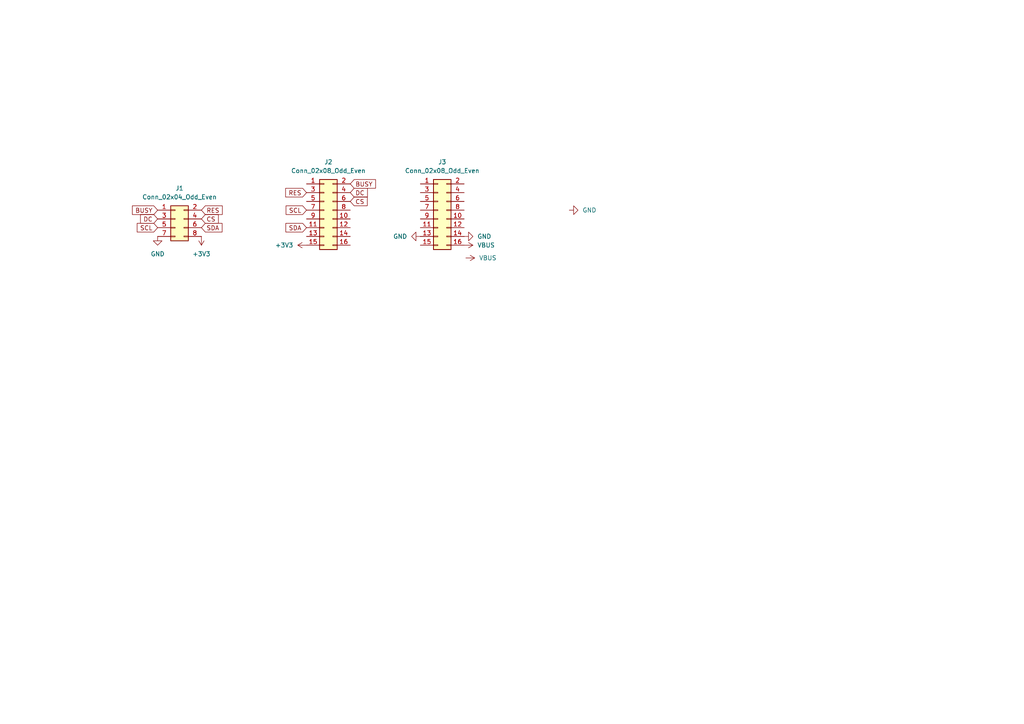
<source format=kicad_sch>
(kicad_sch (version 20230121) (generator eeschema)
  (paper "A4")
  (lib_symbols
    (symbol "Connector_Generic:Conn_02x04_Odd_Even" (pin_names (offset 1.016) hide)
      (property "Reference" "J" (at 1.27 5.08 0))
      (property "Value" "Conn_02x04_Odd_Even" (at 1.27 -7.62 0))
      (symbol "Conn_02x04_Odd_Even_1_1"
        (rectangle (start -1.27 -4.953) (end 0 -5.207) (stroke (width 0.1524)))
        (rectangle (start -1.27 -2.413) (end 0 -2.667) (stroke (width 0.1524)))
        (rectangle (start -1.27 0.127) (end 0 -0.127) (stroke (width 0.1524)))
        (rectangle (start -1.27 2.667) (end 0 2.413) (stroke (width 0.1524)))
        (rectangle (start -1.27 3.81) (end 3.81 -6.35) (stroke (width 0.254)) (fill (type background)))
        (rectangle (start 3.81 -4.953) (end 2.54 -5.207) (stroke (width 0.1524)))
        (rectangle (start 3.81 -2.413) (end 2.54 -2.667) (stroke (width 0.1524)))
        (rectangle (start 3.81 0.127) (end 2.54 -0.127) (stroke (width 0.1524)))
        (rectangle (start 3.81 2.667) (end 2.54 2.413) (stroke (width 0.1524)))
        (pin passive line (at -5.08 2.54 0) (length 3.81) (name "Pin_1") (number "1"))
        (pin passive line (at 7.62 2.54 180) (length 3.81) (name "Pin_2") (number "2"))
        (pin passive line (at -5.08 0 0) (length 3.81) (name "Pin_3") (number "3"))
        (pin passive line (at 7.62 0 180) (length 3.81) (name "Pin_4") (number "4"))
        (pin passive line (at -5.08 -2.54 0) (length 3.81) (name "Pin_5") (number "5"))
        (pin passive line (at 7.62 -2.54 180) (length 3.81) (name "Pin_6") (number "6"))
        (pin passive line (at -5.08 -5.08 0) (length 3.81) (name "Pin_7") (number "7"))
        (pin passive line (at 7.62 -5.08 180) (length 3.81) (name "Pin_8") (number "8"))
      )
    )
    (symbol "Connector_Generic:Conn_02x08_Odd_Even" (pin_names (offset 1.016) hide)
      (property "Reference" "J" (at 1.27 10.16 0))
      (property "Value" "Conn_02x08_Odd_Even" (at 1.27 -12.7 0))
      (symbol "Conn_02x08_Odd_Even_1_1"
        (rectangle (start -1.27 -10.033) (end 0 -10.287) (stroke (width 0.1524)))
        (rectangle (start -1.27 -7.493) (end 0 -7.747) (stroke (width 0.1524)))
        (rectangle (start -1.27 -4.953) (end 0 -5.207) (stroke (width 0.1524)))
        (rectangle (start -1.27 -2.413) (end 0 -2.667) (stroke (width 0.1524)))
        (rectangle (start -1.27 0.127) (end 0 -0.127) (stroke (width 0.1524)))
        (rectangle (start -1.27 2.667) (end 0 2.413) (stroke (width 0.1524)))
        (rectangle (start -1.27 5.207) (end 0 4.953) (stroke (width 0.1524)))
        (rectangle (start -1.27 7.747) (end 0 7.493) (stroke (width 0.1524)))
        (rectangle (start -1.27 8.89) (end 3.81 -11.43) (stroke (width 0.254)) (fill (type background)))
        (rectangle (start 3.81 -10.033) (end 2.54 -10.287) (stroke (width 0.1524)))
        (rectangle (start 3.81 -7.493) (end 2.54 -7.747) (stroke (width 0.1524)))
        (rectangle (start 3.81 -4.953) (end 2.54 -5.207) (stroke (width 0.1524)))
        (rectangle (start 3.81 -2.413) (end 2.54 -2.667) (stroke (width 0.1524)))
        (rectangle (start 3.81 0.127) (end 2.54 -0.127) (stroke (width 0.1524)))
        (rectangle (start 3.81 2.667) (end 2.54 2.413) (stroke (width 0.1524)))
        (rectangle (start 3.81 5.207) (end 2.54 4.953) (stroke (width 0.1524)))
        (rectangle (start 3.81 7.747) (end 2.54 7.493) (stroke (width 0.1524)))
        (pin passive line (at -5.08 7.62 0) (length 3.81) (name "Pin_1") (number "1"))
        (pin passive line (at 7.62 -2.54 180) (length 3.81) (name "Pin_10") (number "10"))
        (pin passive line (at -5.08 -5.08 0) (length 3.81) (name "Pin_11") (number "11"))
        (pin passive line (at 7.62 -5.08 180) (length 3.81) (name "Pin_12") (number "12"))
        (pin passive line (at -5.08 -7.62 0) (length 3.81) (name "Pin_13") (number "13"))
        (pin passive line (at 7.62 -7.62 180) (length 3.81) (name "Pin_14") (number "14"))
        (pin passive line (at -5.08 -10.16 0) (length 3.81) (name "Pin_15") (number "15"))
        (pin passive line (at 7.62 -10.16 180) (length 3.81) (name "Pin_16") (number "16"))
        (pin passive line (at 7.62 7.62 180) (length 3.81) (name "Pin_2") (number "2"))
        (pin passive line (at -5.08 5.08 0) (length 3.81) (name "Pin_3") (number "3"))
        (pin passive line (at 7.62 5.08 180) (length 3.81) (name "Pin_4") (number "4"))
        (pin passive line (at -5.08 2.54 0) (length 3.81) (name "Pin_5") (number "5"))
        (pin passive line (at 7.62 2.54 180) (length 3.81) (name "Pin_6") (number "6"))
        (pin passive line (at -5.08 0 0) (length 3.81) (name "Pin_7") (number "7"))
        (pin passive line (at 7.62 0 180) (length 3.81) (name "Pin_8") (number "8"))
        (pin passive line (at -5.08 -2.54 0) (length 3.81) (name "Pin_9") (number "9"))
      )
    )
    (symbol "power:+3V3" (power) (pin_names (offset 0))
      (property "Value" "+3V3" (at 0 3.556 0))
      (symbol "+3V3_0_1"
        (polyline (pts (xy -0.762 1.27) (xy 0 2.54)))
        (polyline (pts (xy 0 0) (xy 0 2.54)))
        (polyline (pts (xy 0 2.54) (xy 0.762 1.27)))
      )
      (symbol "+3V3_1_1"
        (pin power_in line (at 0 0 90) (length 0) hide (name "+3V3") (number "1"))
      )
    )
    (symbol "power:GND" (power) (pin_names (offset 0))
      (property "Value" "GND" (at 0 -3.81 0))
      (symbol "GND_0_1"
        (polyline (pts (xy 0 0) (xy 0 -1.27) (xy 1.27 -1.27) (xy 0 -2.54) (xy -1.27 -1.27) (xy 0 -1.27)))
      )
      (symbol "GND_1_1"
        (pin power_in line (at 0 0 270) (length 0) hide (name "GND") (number "1"))
      )
    )
    (symbol "power:VBUS" (power) (pin_names (offset 0))
      (property "Value" "VBUS" (at 0 3.81 0))
      (symbol "VBUS_0_1"
        (polyline (pts (xy -0.762 1.27) (xy 0 2.54)))
        (polyline (pts (xy 0 0) (xy 0 2.54)))
        (polyline (pts (xy 0 2.54) (xy 0.762 1.27)))
      )
      (symbol "VBUS_1_1"
        (pin power_in line (at 0 0 90) (length 0) hide (name "VBUS") (number "1"))
      )
    )
  )
  (global_label "SDA" (shape input) (at 88.9 66.04 180) (property "Intersheetrefs" "${INTERSHEET_REFS}" (effects hide)))
  (global_label "SCL" (shape input) (at 45.72 66.04 180) (property "Intersheetrefs" "${INTERSHEET_REFS}" (effects hide)))
  (global_label "RES" (shape input) (at 88.9 55.88 180) (property "Intersheetrefs" "${INTERSHEET_REFS}" (effects hide)))
  (global_label "DC" (shape input) (at 101.6 55.88 0) (property "Intersheetrefs" "${INTERSHEET_REFS}" (effects hide)))
  (global_label "BUSY" (shape input) (at 45.72 60.96 180) (property "Intersheetrefs" "${INTERSHEET_REFS}" (effects hide)))
  (global_label "CS" (shape input) (at 58.42 63.5 0) (property "Intersheetrefs" "${INTERSHEET_REFS}" (effects hide)))
  (global_label "SDA" (shape input) (at 58.42 66.04 0) (property "Intersheetrefs" "${INTERSHEET_REFS}" (effects hide)))
  (global_label "DC" (shape input) (at 45.72 63.5 180) (property "Intersheetrefs" "${INTERSHEET_REFS}" (effects hide)))
  (global_label "RES" (shape input) (at 58.42 60.96 0) (property "Intersheetrefs" "${INTERSHEET_REFS}" (effects hide)))
  (global_label "SCL" (shape input) (at 88.9 60.96 180) (property "Intersheetrefs" "${INTERSHEET_REFS}" (effects hide)))
  (global_label "CS" (shape input) (at 101.6 58.42 0) (property "Intersheetrefs" "${INTERSHEET_REFS}" (effects hide)))
  (global_label "BUSY" (shape input) (at 101.6 53.34 0) (property "Intersheetrefs" "${INTERSHEET_REFS}" (effects hide)))
  (symbol (lib_id "power:GND") (at 45.72 68.58 0) (unit 1)
    (property "Reference" "#PWR01" (effects hide))
    (property "Value" "GND" (at 45.72 73.66 0))
  )
  (symbol (lib_id "Connector_Generic:Conn_02x04_Odd_Even") (at 50.8 63.5 0) (unit 1)
    (property "Reference" "J1" (at 52.07 54.61 0))
    (property "Value" "Conn_02x04_Odd_Even" (at 52.07 57.15 0))
    (property "Footprint" "Connector_PinHeader_2.54mm:PinHeader_2x04_P2.54mm_Vertical" (effects hide))
  )
  (symbol (lib_id "Connector_Generic:Conn_02x08_Odd_Even") (at 127 60.96 0) (unit 1)
    (property "Reference" "J3" (at 128.27 46.99 0))
    (property "Value" "Conn_02x08_Odd_Even" (at 128.27 49.53 0))
    (property "Footprint" "Connector_PinHeader_2.54mm:PinHeader_2x08_P2.54mm_Vertical" (effects hide))
  )
  (symbol (lib_id "power:VBUS") (at 134.62 71.12 270) (unit 1)
    (property "Reference" "#PWR07" (effects hide))
    (property "Value" "VBUS" (at 138.43 71.12 90) (effects (justify left)))
  )
  (symbol (lib_id "power:+3V3") (at 58.42 68.58 180) (unit 1)
    (property "Reference" "#PWR02" (effects hide))
    (property "Value" "+3V3" (at 58.42 73.66 0))
  )
  (symbol (lib_id "power:GND") (at 165.1 60.96 90) (unit 1)
    (property "Reference" "#PWR06" (effects hide))
    (property "Value" "GND" (at 168.91 60.96 90) (effects (justify right)))
  )
  (symbol (lib_id "power:GND") (at 121.92 68.58 270) (unit 1)
    (property "Reference" "#PWR04" (effects hide))
    (property "Value" "GND" (at 118.11 68.58 90) (effects (justify right)))
  )
  (symbol (lib_id "power:+3V3") (at 88.9 71.12 90) (unit 1)
    (property "Reference" "#PWR03" (effects hide))
    (property "Value" "+3V3" (at 85.09 71.12 90) (effects (justify left)))
  )
  (symbol (lib_id "power:GND") (at 134.62 68.58 90) (unit 1)
    (property "Reference" "#PWR05" (effects hide))
    (property "Value" "GND" (at 138.43 68.58 90) (effects (justify right)))
  )
  (symbol (lib_id "Connector_Generic:Conn_02x08_Odd_Even") (at 93.98 60.96 0) (unit 1)
    (property "Reference" "J2" (at 95.25 46.99 0))
    (property "Value" "Conn_02x08_Odd_Even" (at 95.25 49.53 0))
    (property "Footprint" "Connector_PinHeader_2.54mm:PinHeader_2x08_P2.54mm_Vertical" (effects hide))
  )
  (symbol (lib_id "power:VBUS") (at 135.1134 74.821 270) (unit 1)
    (property "Reference" "#PWR08" (effects hide))
    (property "Value" "VBUS" (at 138.9234 74.821 90) (effects (justify left)))
  )
)
</source>
